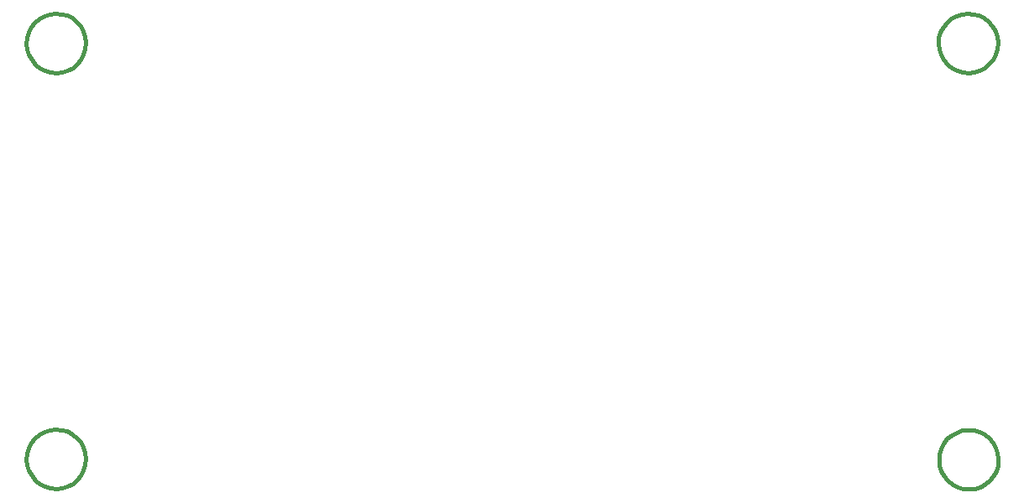
<source format=gbo>
G04 (created by PCBNEW-RS274X (2012-01-18 BZR 3371)-testing) date Sat 16 Jun 2012 02:14:16 PM EDT*
G01*
G70*
G90*
%MOIN*%
G04 Gerber Fmt 3.4, Leading zero omitted, Abs format*
%FSLAX34Y34*%
G04 APERTURE LIST*
%ADD10C,0.006000*%
%ADD11C,0.015000*%
G04 APERTURE END LIST*
G54D10*
G54D11*
X26378Y-19291D02*
X26355Y-19520D01*
X26288Y-19741D01*
X26180Y-19944D01*
X26035Y-20123D01*
X25857Y-20270D01*
X25654Y-20379D01*
X25434Y-20447D01*
X25205Y-20471D01*
X24976Y-20451D01*
X24755Y-20386D01*
X24551Y-20279D01*
X24371Y-20134D01*
X24223Y-19958D01*
X24112Y-19756D01*
X24042Y-19536D01*
X24017Y-19307D01*
X24036Y-19078D01*
X24099Y-18857D01*
X24205Y-18652D01*
X24348Y-18471D01*
X24523Y-18322D01*
X24725Y-18209D01*
X24944Y-18138D01*
X25173Y-18111D01*
X25402Y-18128D01*
X25624Y-18190D01*
X25829Y-18294D01*
X26011Y-18436D01*
X26162Y-18611D01*
X26275Y-18811D01*
X26348Y-19030D01*
X26377Y-19259D01*
X26378Y-19291D01*
X26378Y-35827D02*
X26355Y-36056D01*
X26288Y-36277D01*
X26180Y-36480D01*
X26035Y-36659D01*
X25857Y-36806D01*
X25654Y-36915D01*
X25434Y-36983D01*
X25205Y-37007D01*
X24976Y-36987D01*
X24755Y-36922D01*
X24551Y-36815D01*
X24371Y-36670D01*
X24223Y-36494D01*
X24112Y-36292D01*
X24042Y-36072D01*
X24017Y-35843D01*
X24036Y-35614D01*
X24099Y-35393D01*
X24205Y-35188D01*
X24348Y-35007D01*
X24523Y-34858D01*
X24725Y-34745D01*
X24944Y-34674D01*
X25173Y-34647D01*
X25402Y-34664D01*
X25624Y-34726D01*
X25829Y-34830D01*
X26011Y-34972D01*
X26162Y-35147D01*
X26275Y-35347D01*
X26348Y-35566D01*
X26377Y-35795D01*
X26378Y-35827D01*
X62618Y-35846D02*
X62595Y-36075D01*
X62528Y-36296D01*
X62420Y-36499D01*
X62275Y-36678D01*
X62097Y-36825D01*
X61894Y-36934D01*
X61674Y-37002D01*
X61445Y-37026D01*
X61216Y-37006D01*
X60995Y-36941D01*
X60791Y-36834D01*
X60611Y-36689D01*
X60463Y-36513D01*
X60352Y-36311D01*
X60282Y-36091D01*
X60257Y-35862D01*
X60276Y-35633D01*
X60339Y-35412D01*
X60445Y-35207D01*
X60588Y-35026D01*
X60763Y-34877D01*
X60965Y-34764D01*
X61184Y-34693D01*
X61413Y-34666D01*
X61642Y-34683D01*
X61864Y-34745D01*
X62069Y-34849D01*
X62251Y-34991D01*
X62402Y-35166D01*
X62515Y-35366D01*
X62588Y-35585D01*
X62617Y-35814D01*
X62618Y-35846D01*
X62598Y-19291D02*
X62575Y-19520D01*
X62508Y-19741D01*
X62400Y-19944D01*
X62255Y-20123D01*
X62077Y-20270D01*
X61874Y-20379D01*
X61654Y-20447D01*
X61425Y-20471D01*
X61196Y-20451D01*
X60975Y-20386D01*
X60771Y-20279D01*
X60591Y-20134D01*
X60443Y-19958D01*
X60332Y-19756D01*
X60262Y-19536D01*
X60237Y-19307D01*
X60256Y-19078D01*
X60319Y-18857D01*
X60425Y-18652D01*
X60568Y-18471D01*
X60743Y-18322D01*
X60945Y-18209D01*
X61164Y-18138D01*
X61393Y-18111D01*
X61622Y-18128D01*
X61844Y-18190D01*
X62049Y-18294D01*
X62231Y-18436D01*
X62382Y-18611D01*
X62495Y-18811D01*
X62568Y-19030D01*
X62597Y-19259D01*
X62598Y-19291D01*
M02*

</source>
